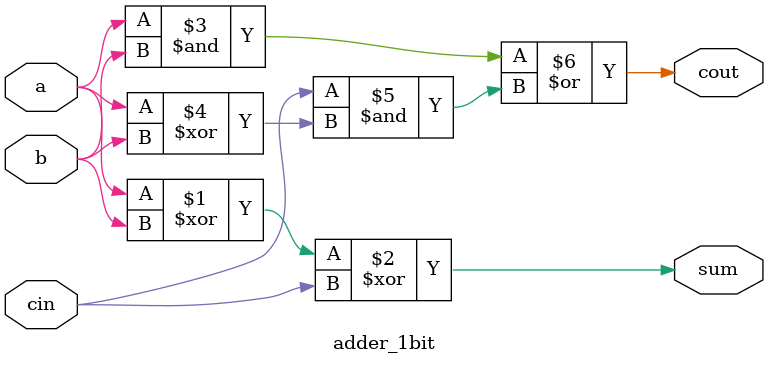
<source format=sv>
`timescale 1ns/1ps
module adder_1bit (
    input logic  a,
    input logic  b,
    input logic  cin,
    output logic sum,
    output logic cout
);
    assign #1 sum = a ^ b ^ cin;
    assign #1 cout = (a & b) | (cin & (a ^ b));
endmodule

</source>
